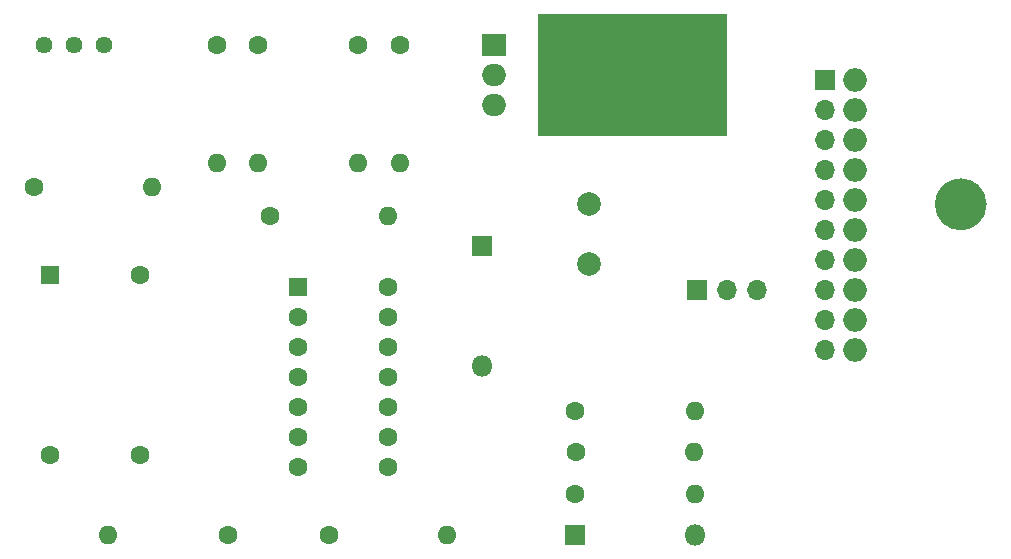
<source format=gbr>
%TF.GenerationSoftware,KiCad,Pcbnew,8.0.4*%
%TF.CreationDate,2024-08-20T14:49:07-07:00*%
%TF.ProjectId,oscillator,6f736369-6c6c-4617-946f-722e6b696361,rev?*%
%TF.SameCoordinates,Original*%
%TF.FileFunction,Soldermask,Top*%
%TF.FilePolarity,Negative*%
%FSLAX46Y46*%
G04 Gerber Fmt 4.6, Leading zero omitted, Abs format (unit mm)*
G04 Created by KiCad (PCBNEW 8.0.4) date 2024-08-20 14:49:07*
%MOMM*%
%LPD*%
G01*
G04 APERTURE LIST*
%ADD10C,0.100000*%
%ADD11C,2.200000*%
%ADD12C,1.600000*%
%ADD13O,1.600000X1.600000*%
%ADD14R,1.600000X1.600000*%
%ADD15R,1.800000X1.800000*%
%ADD16O,1.800000X1.800000*%
%ADD17C,2.000000*%
%ADD18O,3.500000X3.500000*%
%ADD19R,2.000000X1.905000*%
%ADD20O,2.000000X1.905000*%
%ADD21R,1.700000X1.700000*%
%ADD22O,1.700000X1.700000*%
%ADD23O,2.000000X2.000000*%
%ADD24C,1.440000*%
G04 APERTURE END LIST*
D10*
X147247850Y-67897866D02*
X163130640Y-67897866D01*
X163130640Y-78128251D01*
X147247850Y-78128251D01*
X147247850Y-67897866D01*
G36*
X147247850Y-67897866D02*
G01*
X163130640Y-67897866D01*
X163130640Y-78128251D01*
X147247850Y-78128251D01*
X147247850Y-67897866D01*
G37*
D11*
X184100000Y-84000000D02*
G75*
G02*
X181900000Y-84000000I-1100000J0D01*
G01*
X181900000Y-84000000D02*
G75*
G02*
X184100000Y-84000000I1100000J0D01*
G01*
D12*
%TO.C,C7*%
X150420000Y-105000000D03*
D13*
X160420000Y-105000000D03*
%TD*%
D12*
%TO.C,C2*%
X132000000Y-70500000D03*
D13*
X132000000Y-80500000D03*
%TD*%
D12*
%TO.C,C8*%
X129500000Y-112000000D03*
D13*
X139500000Y-112000000D03*
%TD*%
D12*
%TO.C,C1*%
X135500000Y-70500000D03*
D13*
X135500000Y-80500000D03*
%TD*%
D14*
%TO.C,U2*%
X126880000Y-90960000D03*
D12*
X126880000Y-93500000D03*
X126880000Y-96040000D03*
X126880000Y-98580000D03*
X126880000Y-101120000D03*
X126880000Y-103660000D03*
X126880000Y-106200000D03*
X134500000Y-106200000D03*
X134500000Y-103660000D03*
X134500000Y-101120000D03*
X134500000Y-98580000D03*
X134500000Y-96040000D03*
X134500000Y-93500000D03*
X134500000Y-90960000D03*
%TD*%
D15*
%TO.C,D1*%
X142500000Y-87500000D03*
D16*
X142500000Y-97660000D03*
%TD*%
D12*
%TO.C,C6*%
X104500000Y-82500000D03*
D13*
X114500000Y-82500000D03*
%TD*%
D14*
%TO.C,Y1*%
X105880000Y-90000000D03*
D12*
X105880000Y-105240000D03*
X113500000Y-105240000D03*
X113500000Y-90000000D03*
%TD*%
D17*
%TO.C,F1*%
X151500000Y-84000000D03*
X151500000Y-89080000D03*
%TD*%
D18*
%TO.C,U1*%
X160160000Y-73040000D03*
D19*
X143500000Y-70500000D03*
D20*
X143500000Y-73040000D03*
X143500000Y-75580000D03*
%TD*%
D12*
%TO.C,C3*%
X120000000Y-70500000D03*
D13*
X120000000Y-80500000D03*
%TD*%
D12*
%TO.C,C4*%
X123500000Y-70500000D03*
D13*
X123500000Y-80500000D03*
%TD*%
D12*
%TO.C,R1*%
X150340000Y-101500000D03*
D13*
X160500000Y-101500000D03*
%TD*%
D12*
%TO.C,R4*%
X150340000Y-108500000D03*
D13*
X160500000Y-108500000D03*
%TD*%
D15*
%TO.C,D2*%
X150340000Y-112000000D03*
D16*
X160500000Y-112000000D03*
%TD*%
D21*
%TO.C,P2*%
X160645504Y-91248248D03*
D22*
X163185504Y-91248248D03*
X165725504Y-91248248D03*
%TD*%
D21*
%TO.C,J1*%
X171500000Y-73500000D03*
D22*
X171500000Y-76040000D03*
X171500000Y-78580000D03*
X171500000Y-81120000D03*
X171500000Y-83660000D03*
X171500000Y-86200000D03*
X171500000Y-88740000D03*
X171500000Y-91280000D03*
X171500000Y-93820000D03*
X171500000Y-96360000D03*
D23*
X174040000Y-73500000D03*
X174040000Y-76040000D03*
X174040000Y-78580000D03*
X174040000Y-81120000D03*
X174040000Y-83660000D03*
X174040000Y-86200000D03*
X174040000Y-88740000D03*
X174040000Y-91280000D03*
X174040000Y-93820000D03*
X174040000Y-96360000D03*
%TD*%
D24*
%TO.C,R2*%
X110500000Y-70500000D03*
X107960000Y-70500000D03*
X105420000Y-70500000D03*
%TD*%
D12*
%TO.C,R5*%
X121000000Y-112000000D03*
D13*
X110840000Y-112000000D03*
%TD*%
D12*
%TO.C,C5*%
X124500000Y-85000000D03*
D13*
X134500000Y-85000000D03*
%TD*%
M02*

</source>
